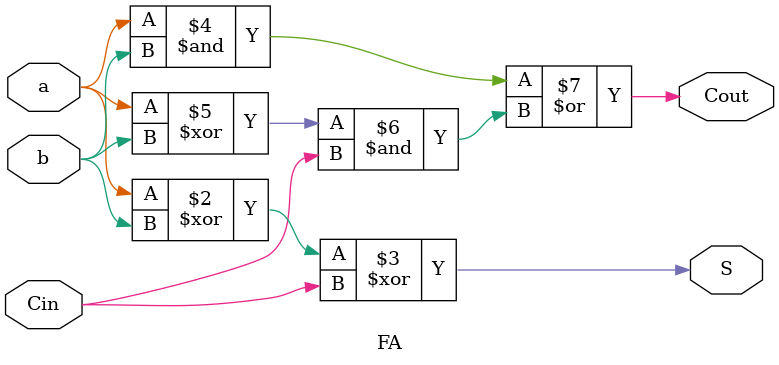
<source format=v>
module FA(
input a,
input b,
input Cin,
output reg S,
output reg Cout
);
always @*
begin
S = a ^ b ^ Cin;
Cout =  a&b | ((a^b) & Cin);
end
endmodule
</source>
